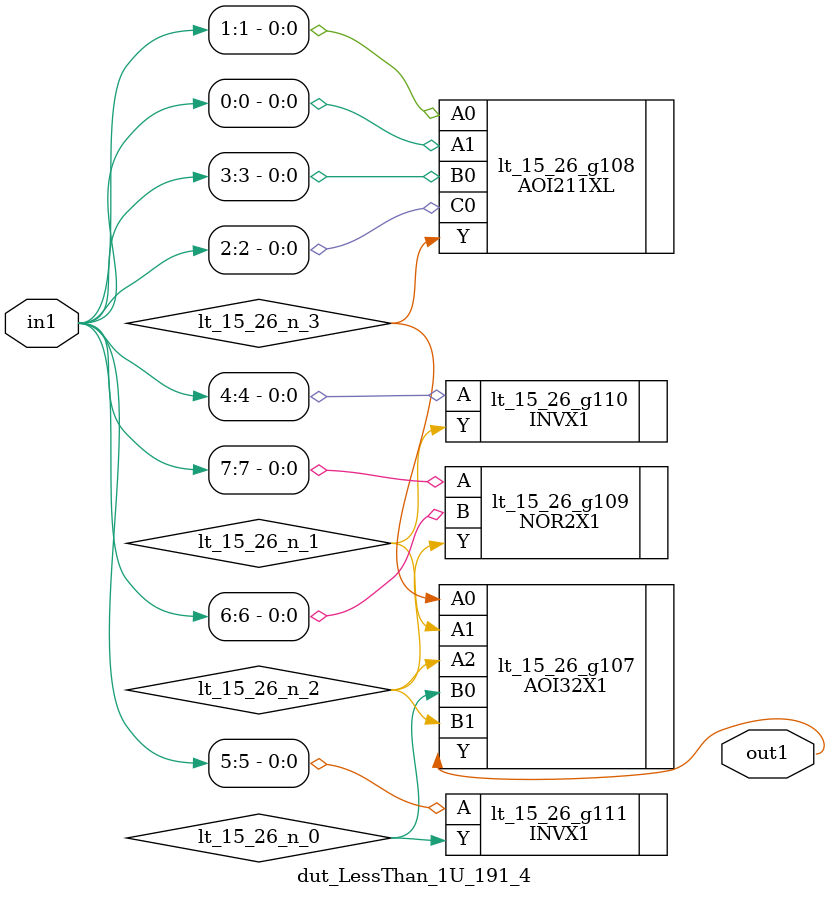
<source format=v>
`timescale 1ps / 1ps


module dut_LessThan_1U_191_4(in1, out1);
  input [7:0] in1;
  output out1;
  wire [7:0] in1;
  wire out1;
  wire lt_15_26_n_0, lt_15_26_n_1, lt_15_26_n_2, lt_15_26_n_3;
  AOI32X1 lt_15_26_g107(.A0 (lt_15_26_n_3), .A1 (lt_15_26_n_1), .A2
       (lt_15_26_n_2), .B0 (lt_15_26_n_0), .B1 (lt_15_26_n_2), .Y
       (out1));
  AOI211XL lt_15_26_g108(.A0 (in1[1]), .A1 (in1[0]), .B0 (in1[3]), .C0
       (in1[2]), .Y (lt_15_26_n_3));
  NOR2X1 lt_15_26_g109(.A (in1[7]), .B (in1[6]), .Y (lt_15_26_n_2));
  INVX1 lt_15_26_g110(.A (in1[4]), .Y (lt_15_26_n_1));
  INVX1 lt_15_26_g111(.A (in1[5]), .Y (lt_15_26_n_0));
endmodule



</source>
